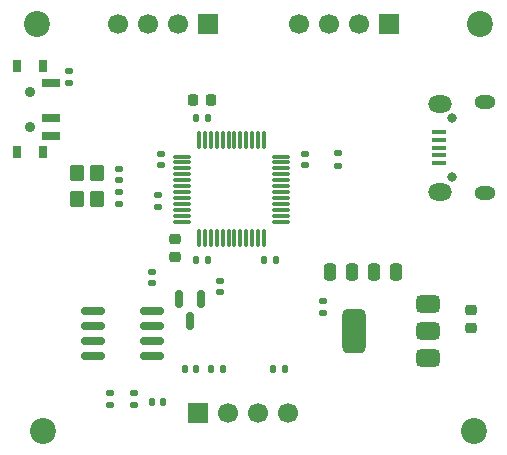
<source format=gbr>
%TF.GenerationSoftware,KiCad,Pcbnew,9.0.6*%
%TF.CreationDate,2026-02-08T19:37:56+05:30*%
%TF.ProjectId,stm32,73746d33-322e-46b6-9963-61645f706362,rev?*%
%TF.SameCoordinates,Original*%
%TF.FileFunction,Soldermask,Top*%
%TF.FilePolarity,Negative*%
%FSLAX46Y46*%
G04 Gerber Fmt 4.6, Leading zero omitted, Abs format (unit mm)*
G04 Created by KiCad (PCBNEW 9.0.6) date 2026-02-08 19:37:56*
%MOMM*%
%LPD*%
G01*
G04 APERTURE LIST*
G04 Aperture macros list*
%AMRoundRect*
0 Rectangle with rounded corners*
0 $1 Rounding radius*
0 $2 $3 $4 $5 $6 $7 $8 $9 X,Y pos of 4 corners*
0 Add a 4 corners polygon primitive as box body*
4,1,4,$2,$3,$4,$5,$6,$7,$8,$9,$2,$3,0*
0 Add four circle primitives for the rounded corners*
1,1,$1+$1,$2,$3*
1,1,$1+$1,$4,$5*
1,1,$1+$1,$6,$7*
1,1,$1+$1,$8,$9*
0 Add four rect primitives between the rounded corners*
20,1,$1+$1,$2,$3,$4,$5,0*
20,1,$1+$1,$4,$5,$6,$7,0*
20,1,$1+$1,$6,$7,$8,$9,0*
20,1,$1+$1,$8,$9,$2,$3,0*%
G04 Aperture macros list end*
%ADD10C,2.200000*%
%ADD11O,0.800000X0.800000*%
%ADD12R,1.300000X0.450000*%
%ADD13O,1.800000X1.150000*%
%ADD14O,2.000000X1.450000*%
%ADD15RoundRect,0.140000X-0.140000X-0.170000X0.140000X-0.170000X0.140000X0.170000X-0.140000X0.170000X0*%
%ADD16RoundRect,0.218750X0.256250X-0.218750X0.256250X0.218750X-0.256250X0.218750X-0.256250X-0.218750X0*%
%ADD17RoundRect,0.135000X-0.135000X-0.185000X0.135000X-0.185000X0.135000X0.185000X-0.135000X0.185000X0*%
%ADD18RoundRect,0.140000X-0.170000X0.140000X-0.170000X-0.140000X0.170000X-0.140000X0.170000X0.140000X0*%
%ADD19R,0.800000X1.000000*%
%ADD20C,0.900000*%
%ADD21R,1.500000X0.700000*%
%ADD22RoundRect,0.135000X-0.185000X0.135000X-0.185000X-0.135000X0.185000X-0.135000X0.185000X0.135000X0*%
%ADD23RoundRect,0.140000X0.170000X-0.140000X0.170000X0.140000X-0.170000X0.140000X-0.170000X-0.140000X0*%
%ADD24RoundRect,0.250000X-0.250000X-0.475000X0.250000X-0.475000X0.250000X0.475000X-0.250000X0.475000X0*%
%ADD25RoundRect,0.135000X0.185000X-0.135000X0.185000X0.135000X-0.185000X0.135000X-0.185000X-0.135000X0*%
%ADD26RoundRect,0.140000X0.140000X0.170000X-0.140000X0.170000X-0.140000X-0.170000X0.140000X-0.170000X0*%
%ADD27RoundRect,0.250000X-0.350000X0.450000X-0.350000X-0.450000X0.350000X-0.450000X0.350000X0.450000X0*%
%ADD28RoundRect,0.218750X-0.256250X0.218750X-0.256250X-0.218750X0.256250X-0.218750X0.256250X0.218750X0*%
%ADD29RoundRect,0.375000X0.625000X0.375000X-0.625000X0.375000X-0.625000X-0.375000X0.625000X-0.375000X0*%
%ADD30RoundRect,0.500000X0.500000X1.400000X-0.500000X1.400000X-0.500000X-1.400000X0.500000X-1.400000X0*%
%ADD31RoundRect,0.075000X-0.662500X-0.075000X0.662500X-0.075000X0.662500X0.075000X-0.662500X0.075000X0*%
%ADD32RoundRect,0.075000X-0.075000X-0.662500X0.075000X-0.662500X0.075000X0.662500X-0.075000X0.662500X0*%
%ADD33RoundRect,0.150000X-0.825000X-0.150000X0.825000X-0.150000X0.825000X0.150000X-0.825000X0.150000X0*%
%ADD34R,1.700000X1.700000*%
%ADD35C,1.700000*%
%ADD36RoundRect,0.150000X-0.150000X0.587500X-0.150000X-0.587500X0.150000X-0.587500X0.150000X0.587500X0*%
%ADD37RoundRect,0.250000X0.250000X0.475000X-0.250000X0.475000X-0.250000X-0.475000X0.250000X-0.475000X0*%
%ADD38RoundRect,0.225000X-0.225000X-0.250000X0.225000X-0.250000X0.225000X0.250000X-0.225000X0.250000X0*%
G04 APERTURE END LIST*
D10*
%TO.C,H3*%
X131500000Y-94000000D03*
%TD*%
D11*
%TO.C,J4*%
X129700000Y-72500000D03*
X129700000Y-67500000D03*
D12*
X128600000Y-71300000D03*
X128600000Y-70650000D03*
X128600000Y-70000000D03*
X128600000Y-69350000D03*
X128600000Y-68700000D03*
D13*
X132450000Y-73875000D03*
D14*
X128650000Y-73725000D03*
X128650000Y-66275000D03*
D13*
X132450000Y-66125000D03*
%TD*%
D15*
%TO.C,C12*%
X108020000Y-67500000D03*
X108980000Y-67500000D03*
%TD*%
D16*
%TO.C,FB1*%
X106250000Y-79287500D03*
X106250000Y-77712500D03*
%TD*%
D17*
%TO.C,R4*%
X114490000Y-88750000D03*
X115510000Y-88750000D03*
%TD*%
D18*
%TO.C,C8*%
X105000000Y-70520000D03*
X105000000Y-71480000D03*
%TD*%
%TO.C,C15*%
X104250000Y-80520000D03*
X104250000Y-81480000D03*
%TD*%
D10*
%TO.C,H4*%
X132000000Y-59500000D03*
%TD*%
D19*
%TO.C,SW1*%
X95030000Y-63100000D03*
X92820000Y-63100000D03*
D20*
X93920000Y-65250000D03*
X93920000Y-68250000D03*
D19*
X95030000Y-70400000D03*
X92820000Y-70400000D03*
D21*
X95680000Y-64500000D03*
X95680000Y-67500000D03*
X95680000Y-69000000D03*
%TD*%
D22*
%TO.C,R3*%
X102750000Y-90750000D03*
X102750000Y-91770000D03*
%TD*%
D23*
%TO.C,C13*%
X104750000Y-74980000D03*
X104750000Y-74020000D03*
%TD*%
D24*
%TO.C,C1*%
X119300000Y-80500000D03*
X121200000Y-80500000D03*
%TD*%
D10*
%TO.C,H2*%
X95000000Y-94000000D03*
%TD*%
D25*
%TO.C,R6*%
X97250000Y-64510000D03*
X97250000Y-63490000D03*
%TD*%
D26*
%TO.C,C3*%
X107980000Y-88760000D03*
X107020000Y-88760000D03*
%TD*%
D22*
%TO.C,R7*%
X120000000Y-70490000D03*
X120000000Y-71510000D03*
%TD*%
D23*
%TO.C,C4*%
X101500000Y-72730000D03*
X101500000Y-71770000D03*
%TD*%
D26*
%TO.C,C9*%
X114730000Y-79500000D03*
X113770000Y-79500000D03*
%TD*%
D17*
%TO.C,R2*%
X109240000Y-88750000D03*
X110260000Y-88750000D03*
%TD*%
D18*
%TO.C,C5*%
X101500000Y-73770000D03*
X101500000Y-74730000D03*
%TD*%
D15*
%TO.C,C7*%
X108020000Y-79500000D03*
X108980000Y-79500000D03*
%TD*%
D10*
%TO.C,H1*%
X94500000Y-59500000D03*
%TD*%
D25*
%TO.C,R5*%
X100750000Y-91770000D03*
X100750000Y-90750000D03*
%TD*%
D27*
%TO.C,Y1*%
X97900000Y-72150000D03*
X97900000Y-74350000D03*
X99600000Y-74350000D03*
X99600000Y-72150000D03*
%TD*%
D28*
%TO.C,D1*%
X131250000Y-83712500D03*
X131250000Y-85287500D03*
%TD*%
D29*
%TO.C,U1*%
X127650000Y-87800000D03*
X127650000Y-85500000D03*
D30*
X121350000Y-85500000D03*
D29*
X127650000Y-83200000D03*
%TD*%
D31*
%TO.C,U3*%
X106837500Y-70750000D03*
X106837500Y-71250000D03*
X106837500Y-71750000D03*
X106837500Y-72250000D03*
X106837500Y-72750000D03*
X106837500Y-73250000D03*
X106837500Y-73750000D03*
X106837500Y-74250000D03*
X106837500Y-74750000D03*
X106837500Y-75250000D03*
X106837500Y-75750000D03*
X106837500Y-76250000D03*
D32*
X108250000Y-77662500D03*
X108750000Y-77662500D03*
X109250000Y-77662500D03*
X109750000Y-77662500D03*
X110250000Y-77662500D03*
X110750000Y-77662500D03*
X111250000Y-77662500D03*
X111750000Y-77662500D03*
X112250000Y-77662500D03*
X112750000Y-77662500D03*
X113250000Y-77662500D03*
X113750000Y-77662500D03*
D31*
X115162500Y-76250000D03*
X115162500Y-75750000D03*
X115162500Y-75250000D03*
X115162500Y-74750000D03*
X115162500Y-74250000D03*
X115162500Y-73750000D03*
X115162500Y-73250000D03*
X115162500Y-72750000D03*
X115162500Y-72250000D03*
X115162500Y-71750000D03*
X115162500Y-71250000D03*
X115162500Y-70750000D03*
D32*
X113750000Y-69337500D03*
X113250000Y-69337500D03*
X112750000Y-69337500D03*
X112250000Y-69337500D03*
X111750000Y-69337500D03*
X111250000Y-69337500D03*
X110750000Y-69337500D03*
X110250000Y-69337500D03*
X109750000Y-69337500D03*
X109250000Y-69337500D03*
X108750000Y-69337500D03*
X108250000Y-69337500D03*
%TD*%
D23*
%TO.C,C14*%
X110000000Y-82230000D03*
X110000000Y-81270000D03*
%TD*%
D15*
%TO.C,C11*%
X104270000Y-91500000D03*
X105230000Y-91500000D03*
%TD*%
D33*
%TO.C,U2*%
X99275000Y-83845000D03*
X99275000Y-85115000D03*
X99275000Y-86385000D03*
X99275000Y-87655000D03*
X104225000Y-87655000D03*
X104225000Y-86385000D03*
X104225000Y-85115000D03*
X104225000Y-83845000D03*
%TD*%
D34*
%TO.C,J3*%
X124310000Y-59500000D03*
D35*
X121770000Y-59500000D03*
X119230000Y-59500000D03*
X116690000Y-59500000D03*
%TD*%
D36*
%TO.C,D2*%
X108450000Y-82812500D03*
X106550000Y-82812500D03*
X107500000Y-84687500D03*
%TD*%
D37*
%TO.C,C2*%
X124950000Y-80500000D03*
X123050000Y-80500000D03*
%TD*%
D18*
%TO.C,C10*%
X117250000Y-70520000D03*
X117250000Y-71480000D03*
%TD*%
D22*
%TO.C,R1*%
X118750000Y-82980000D03*
X118750000Y-84000000D03*
%TD*%
D38*
%TO.C,C6*%
X107725000Y-66000000D03*
X109275000Y-66000000D03*
%TD*%
D34*
%TO.C,J1*%
X108170000Y-92500000D03*
D35*
X110710000Y-92500000D03*
X113250000Y-92500000D03*
X115790000Y-92500000D03*
%TD*%
D34*
%TO.C,J2*%
X109040000Y-59500000D03*
D35*
X106500000Y-59500000D03*
X103960000Y-59500000D03*
X101420000Y-59500000D03*
%TD*%
M02*

</source>
